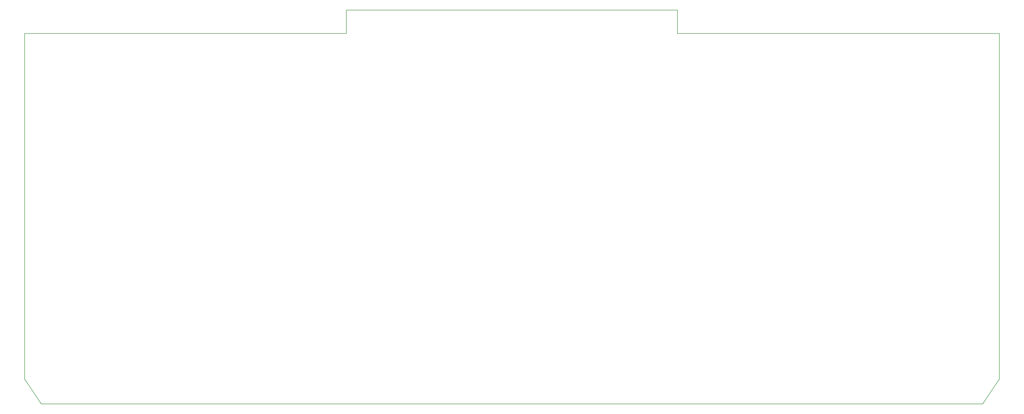
<source format=gbr>
G04 DipTrace 3.1.0.1*
G04 BoardOutline.gbr*
%MOMM*%
G04 #@! TF.FileFunction,Profile*
G04 #@! TF.Part,Single*
%ADD11C,0.14*%
%FSLAX35Y35*%
G04*
G71*
G90*
G75*
G01*
G04 BoardOutline*
%LPD*%
X20494000Y15225000D2*
D11*
X20890000D1*
X21286000D1*
X21682000D1*
X22078000D1*
X22474000D1*
X22870000D1*
X23266000D1*
X23662000D1*
X24058000D1*
X24554000D1*
Y14375000D1*
X36175000D1*
Y1900000D1*
X35575000Y1000000D1*
X1600000D1*
X1000000Y1900000D1*
Y14375000D1*
X12610000D1*
Y15225000D1*
X13366000D1*
X13762000D1*
X14158000D1*
X14554000D1*
X14950000D1*
X15346000D1*
X15742000D1*
X16138000D1*
X16534000D1*
X16930000D1*
X17326000D1*
X17722000D1*
X18118000D1*
X18254000D1*
X19838000D1*
X20098000D1*
X20494000D1*
M02*

</source>
